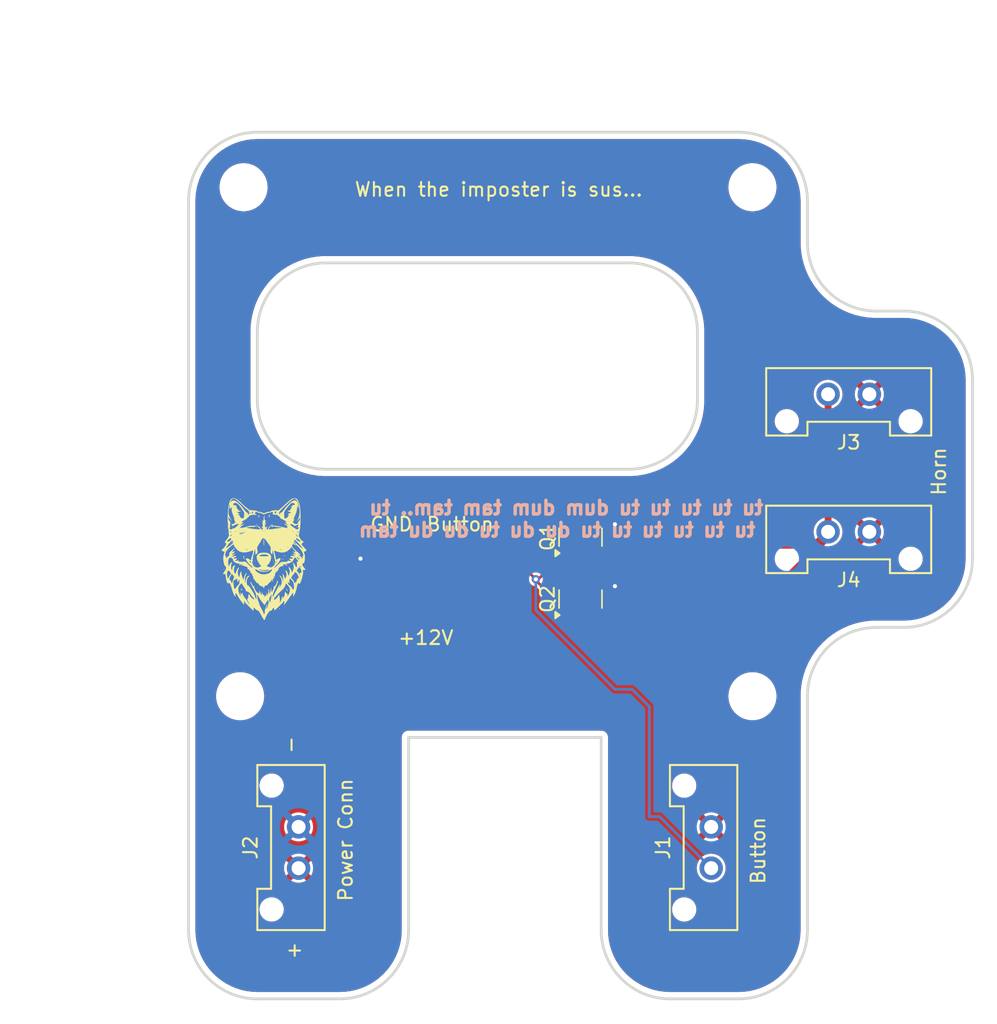
<source format=kicad_pcb>
(kicad_pcb (version 20240108) (generator "pcbnew") (generator_version "8.0")
  (layers (0 "F.Cu" signal) (31 "B.Cu" signal) (34 "B.Paste" user) (35 "F.Paste" user) (36 "B.SilkS" user "B.Silkscreen") (37 "F.SilkS" user "F.Silkscreen") (38 "B.Mask" user) (39 "F.Mask" user) (44 "Edge.Cuts" user))
  (net 0 "")
  (net 1 "+12V")
  (net 2 "GND")
  (net 3 "Net-(J3-Pin_2)")
  (net 4 "/HORN_SIG")
  (footprint "MountingHole:MountingHole_3mm" (layer "F.Cu") (at 131 95)
    (property "Reference" "REF**" (hide yes))
    (property "Value" "MountingHole_3mm")
    (pad "" np_thru_hole circle (at 0 0) (size 3 3) (drill 3) (layers "F&B.Cu" "*.Mask"))
  )
  (footprint "Package_TO_SOT_SMD:SOT-23" (layer "F.Cu") (at 118.5 87.9375 90)
    (property "Reference" "Q2" (at 0 -2.4 270) (layer "F.SilkS"))
    (property "Value" "IRLML0030")
    (pad "1" smd roundrect (at -0.9375 -0.95 90) (size 1.475 0.6) (layers "F.Cu" "F.Paste" "F.Mask") (net 4 "/HORN_SIG"))
    (pad "2" smd roundrect (at -0.9375 0.95 90) (size 1.475 0.6) (layers "F.Cu" "F.Paste" "F.Mask") (net 3 "Net-(J3-Pin_2)"))
    (pad "3" smd roundrect (at 0.9375 0 90) (size 1.475 0.6) (layers "F.Cu" "F.Paste" "F.Mask") (net 2 "GND"))
  )
  (footprint "UTSVT_Special:TestPoint_HEX_3mmID" (layer "F.Cu") (at 105.5 85)
    (property "Reference" "GND" (at -0.75 -2.5 0) (layer "F.SilkS"))
    (property "Value" "TestPoint")
    (pad "1" connect custom (at 0 0) (size 3 3) (layers "F.Cu" "F.Mask") (net 2 "GND") (options (clearance outline) (anchor circle)) (primitives (gr_poly (pts (xy 0 -1.732051) (xy 1.5 -0.866025) (xy 1.5 0.866025) (xy 0 1.732051) (xy -1.5 0.866025) (xy -1.5 -0.866025)) (width 0) (fill yes))))
  )
  (footprint "UTSVT_Special:TestPoint_HEX_3mmID" (layer "F.Cu") (at 107.25 88)
    (property "Reference" "+12V" (at 0 2.75 0) (layer "F.SilkS"))
    (property "Value" "TestPoint")
    (pad "1" connect custom (at 0 0) (size 3 3) (layers "F.Cu" "F.Mask") (net 1 "+12V") (options (clearance outline) (anchor circle)) (primitives (gr_poly (pts (xy 0 -1.732051) (xy 1.5 -0.866025) (xy 1.5 0.866025) (xy 0 1.732051) (xy -1.5 0.866025) (xy -1.5 -0.866025)) (width 0) (fill yes))))
  )
  (footprint "MountingHole:MountingHole_3mm" (layer "F.Cu") (at 131 58)
    (property "Reference" "REF**" (hide yes))
    (property "Value" "MountingHole_3mm")
    (pad "" np_thru_hole circle (at 0 0) (size 3 3) (drill 3) (layers "F&B.Cu" "*.Mask"))
  )
  (footprint "UTSVT_Special:wolf front" (layer "F.Cu") (at 95.5 85)
    (property "Reference" "G***" (hide yes))
    (property "Value" "LOGO" (hide yes))
  )
  (footprint "UTSVT_Connectors:Molex_MicroFit3.0_1x2xP3.00mm_PolarizingPeg_Vertical" (layer "F.Cu") (at 128 107.5 90)
    (property "Reference" "J1" (at 1.5 -3.5 -90) (layer "F.SilkS"))
    (property "Value" "Conn_01x02")
    (pad "" np_thru_hole circle (at -3 -1.96 90) (size 1.27 1.27) (drill 1.27) (layers "*.Cu" "*.Mask"))
    (pad "" np_thru_hole circle (at 6 -1.96 90) (size 1.27 1.27) (drill 1.27) (layers "*.Cu" "*.Mask"))
    (pad "1" thru_hole circle (at 0 0 90) (size 1.7 1.7) (drill 1.02) (layers "*.Cu" "*.Mask") (net 4 "/HORN_SIG"))
    (pad "2" thru_hole circle (at 3 0 90) (size 1.7 1.7) (drill 1.02) (layers "*.Cu" "*.Mask") (net 1 "+12V"))
  )
  (footprint "Package_TO_SOT_SMD:SOT-23" (layer "F.Cu") (at 118.5 83.4375 90)
    (property "Reference" "Q1" (at 0 -2.4 270) (layer "F.SilkS"))
    (property "Value" "IRLML0030")
    (pad "1" smd roundrect (at -0.9375 -0.95 90) (size 1.475 0.6) (layers "F.Cu" "F.Paste" "F.Mask") (net 4 "/HORN_SIG"))
    (pad "2" smd roundrect (at -0.9375 0.95 90) (size 1.475 0.6) (layers "F.Cu" "F.Paste" "F.Mask") (net 3 "Net-(J3-Pin_2)"))
    (pad "3" smd roundrect (at 0.9375 0 90) (size 1.475 0.6) (layers "F.Cu" "F.Paste" "F.Mask") (net 2 "GND"))
  )
  (footprint "UTSVT_Connectors:Molex_MicroFit3.0_1x2xP3.00mm_PolarizingPeg_Vertical" (layer "F.Cu") (at 139.5 73.05 180)
    (property "Reference" "J3" (at 1.5 -3.5 180) (layer "F.SilkS"))
    (property "Value" "Conn_01x02")
    (pad "" np_thru_hole circle (at -3 -1.96 180) (size 1.27 1.27) (drill 1.27) (layers "*.Cu" "*.Mask"))
    (pad "" np_thru_hole circle (at 6 -1.96 180) (size 1.27 1.27) (drill 1.27) (layers "*.Cu" "*.Mask"))
    (pad "1" thru_hole circle (at 0 0 180) (size 1.7 1.7) (drill 1.02) (layers "*.Cu" "*.Mask") (net 1 "+12V"))
    (pad "2" thru_hole circle (at 3 0 180) (size 1.7 1.7) (drill 1.02) (layers "*.Cu" "*.Mask") (net 3 "Net-(J3-Pin_2)"))
  )
  (footprint "UTSVT_Special:TestPoint_HEX_3mmID" (layer "F.Cu") (at 109 85)
    (property "Reference" "Button" (at 0.75 -2.5 0) (layer "F.SilkS"))
    (property "Value" "TestPoint")
    (pad "1" connect custom (at 0 0) (size 3 3) (layers "F.Cu" "F.Mask") (net 4 "/HORN_SIG") (options (clearance outline) (anchor circle)) (primitives (gr_poly (pts (xy 0 -1.732051) (xy 1.5 -0.866025) (xy 1.5 0.866025) (xy 0 1.732051) (xy -1.5 0.866025) (xy -1.5 -0.866025)) (width 0) (fill yes))))
  )
  (footprint "MountingHole:MountingHole_3mm" (layer "F.Cu") (at 94 58)
    (property "Reference" "REF**" (hide yes))
    (property "Value" "MountingHole_3mm")
    (pad "" np_thru_hole circle (at 0 0) (size 3 3) (drill 3) (layers "*.Cu" "*.Mask"))
  )
  (footprint "UTSVT_Connectors:Molex_MicroFit3.0_1x2xP3.00mm_PolarizingPeg_Vertical" (layer "F.Cu") (at 98 107.5 90)
    (property "Reference" "J2" (at 1.5 -3.5 -90) (layer "F.SilkS"))
    (property "Value" "Conn_01x02")
    (pad "" np_thru_hole circle (at -3 -1.96 90) (size 1.27 1.27) (drill 1.27) (layers "*.Cu" "*.Mask"))
    (pad "" np_thru_hole circle (at 6 -1.96 90) (size 1.27 1.27) (drill 1.27) (layers "*.Cu" "*.Mask"))
    (pad "1" thru_hole circle (at 0 0 90) (size 1.7 1.7) (drill 1.02) (layers "*.Cu" "*.Mask") (net 1 "+12V"))
    (pad "2" thru_hole circle (at 3 0 90) (size 1.7 1.7) (drill 1.02) (layers "*.Cu" "*.Mask") (net 2 "GND"))
  )
  (footprint "MountingHole:MountingHole_3mm" (layer "F.Cu") (at 93.75 95)
    (property "Reference" "REF**" (hide yes))
    (property "Value" "MountingHole_3mm")
    (pad "" np_thru_hole circle (at 0 0) (size 3 3) (drill 3) (layers "F&B.Cu" "*.Mask"))
  )
  (footprint "UTSVT_Connectors:Molex_MicroFit3.0_1x2xP3.00mm_PolarizingPeg_Vertical" (layer "F.Cu") (at 139.5 83.05 180)
    (property "Reference" "J4" (at 1.5 -3.5 180) (layer "F.SilkS"))
    (property "Value" "Conn_01x02")
    (pad "" np_thru_hole circle (at -3 -1.96 180) (size 1.27 1.27) (drill 1.27) (layers "*.Cu" "*.Mask"))
    (pad "" np_thru_hole circle (at 6 -1.96 180) (size 1.27 1.27) (drill 1.27) (layers "*.Cu" "*.Mask"))
    (pad "1" thru_hole circle (at 0 0 180) (size 1.7 1.7) (drill 1.02) (layers "*.Cu" "*.Mask") (net 1 "+12V"))
    (pad "2" thru_hole circle (at 3 0 180) (size 1.7 1.7) (drill 1.02) (layers "*.Cu" "*.Mask") (net 3 "Net-(J3-Pin_2)"))
  )
  (gr_arc (start 100 78.5) (mid 96.464466 77.035534) (end 95 73.5) (stroke (width 0.2)) (layer "Edge.Cuts"))
  (gr_arc (start 122 63.5) (mid 125.535534 64.964466) (end 127 68.5) (stroke (width 0.2)) (layer "Edge.Cuts"))
  (gr_arc (start 142 67) (mid 145.535534 68.464466) (end 147 72) (stroke (width 0.2)) (layer "Edge.Cuts"))
  (gr_arc (start 140 67) (mid 136.464466 65.535534) (end 135 62) (stroke (width 0.2)) (layer "Edge.Cuts"))
  (gr_line (start 142 90) (end 140 90) (stroke (width 0.2)) (layer "Edge.Cuts"))
  (gr_line (start 147 72) (end 147 85) (stroke (width 0.2)) (layer "Edge.Cuts"))
  (gr_line (start 106 98) (end 120 98) (stroke (width 0.2)) (layer "Edge.Cuts"))
  (gr_line (start 106 112) (end 106 98) (stroke (width 0.2)) (layer "Edge.Cuts"))
  (gr_arc (start 125 117) (mid 121.464466 115.535534) (end 120 112) (stroke (width 0.2)) (layer "Edge.Cuts"))
  (gr_arc (start 135 95) (mid 136.464466 91.464466) (end 140 90) (stroke (width 0.2)) (layer "Edge.Cuts"))
  (gr_line (start 95 117) (end 101 117) (stroke (width 0.2)) (layer "Edge.Cuts"))
  (gr_line (start 140 67) (end 142 67) (stroke (width 0.2)) (layer "Edge.Cuts"))
  (gr_arc (start 95 117) (mid 91.464466 115.535534) (end 90 112) (stroke (width 0.2)) (layer "Edge.Cuts"))
  (gr_line (start 127 73.5) (end 127 68.5) (stroke (width 0.2)) (layer "Edge.Cuts"))
  (gr_arc (start 90 59) (mid 91.464466 55.464466) (end 95 54) (stroke (width 0.2)) (layer "Edge.Cuts"))
  (gr_line (start 120 98) (end 120 112) (stroke (width 0.2)) (layer "Edge.Cuts"))
  (gr_arc (start 130 54) (mid 133.535534 55.464466) (end 135 59) (stroke (width 0.2)) (layer "Edge.Cuts"))
  (gr_line (start 95 68.5) (end 95 73.5) (stroke (width 0.2)) (layer "Edge.Cuts"))
  (gr_arc (start 135 112) (mid 133.535534 115.535534) (end 130 117) (stroke (width 0.2)) (layer "Edge.Cuts"))
  (gr_line (start 135 95) (end 135 112) (stroke (width 0.2)) (layer "Edge.Cuts"))
  (gr_line (start 90 59) (end 90 112) (stroke (width 0.2)) (layer "Edge.Cuts"))
  (gr_line (start 125 117) (end 130 117) (stroke (width 0.2)) (layer "Edge.Cuts"))
  (gr_arc (start 127 73.5) (mid 125.535534 77.035534) (end 122 78.5) (stroke (width 0.2)) (layer "Edge.Cuts"))
  (gr_line (start 100 78.5) (end 122 78.5) (stroke (width 0.2)) (layer "Edge.Cuts"))
  (gr_line (start 130 54) (end 95 54) (stroke (width 0.2)) (layer "Edge.Cuts"))
  (gr_line (start 135 59) (end 135 62) (stroke (width 0.2)) (layer "Edge.Cuts"))
  (gr_arc (start 147 85) (mid 145.535534 88.535534) (end 142 90) (stroke (width 0.2)) (layer "Edge.Cuts"))
  (gr_line (start 122 63.5) (end 100 63.5) (stroke (width 0.2)) (layer "Edge.Cuts"))
  (gr_arc (start 95 68.5) (mid 96.464466 64.964466) (end 100 63.5) (stroke (width 0.2)) (layer "Edge.Cuts"))
  (gr_arc (start 106 112) (mid 104.535534 115.535534) (end 101 117) (stroke (width 0.2)) (layer "Edge.Cuts"))
  (gr_text "tu tu tu tu tu dum dum tam tam.. tu \ntu tu tu tu tu tu du du tu du du tam" (at 102.25 83.5 0) (layer "B.SilkS") (effects (font (size 1 1) (thickness 0.25) (bold yes)) (justify right bottom mirror)))
  (gr_text "Button\n" (at 132 108.75 90) (layer "F.SilkS") (effects (font (size 1 1)) (justify left bottom)))
  (gr_text "Power Conn" (at 102 110 90) (layer "F.SilkS") (effects (font (size 1 1)) (justify left bottom)))
  (gr_text "+" (at 97 114 0) (layer "F.SilkS") (effects (font (size 1 1)) (justify left bottom)))
  (gr_text "Horn\n\n" (at 146.75 80.5 90) (layer "F.SilkS") (effects (font (size 1 1)) (justify left bottom)))
  (gr_text "-" (at 98 99.25 90) (layer "F.SilkS") (effects (font (size 1 1)) (justify left bottom)))
  (gr_text "When the imposter is sus..." (at 102 58.75 0) (layer "F.SilkS") (effects (font (size 1 1)) (justify left bottom)))
  (segment (start 118.5 87) (end 121 87) (width 0.5) (layer "F.Cu") (net 2))
  (segment (start 102.5 85) (end 105.5 85) (width 0.2) (layer "F.Cu") (net 2))
  (segment (start 118.5 82.5) (end 121 82.5) (width 0.5) (layer "F.Cu") (net 2))
  (via (at 121 82.5) (size 0.6) (drill 0.3) (layers "F.Cu" "B.Cu") (net 2))
  (via (at 121 87) (size 0.6) (drill 0.3) (layers "F.Cu" "B.Cu") (net 2))
  (via (at 102.5 85) (size 0.6) (drill 0.3) (layers "F.Cu" "B.Cu") (net 2))
  (segment (start 135.525 84.025) (end 136.5 83.05) (width 0.5) (layer "F.Cu") (net 3))
  (segment (start 136.5 83.05) (end 136.5 73.05) (width 0.5) (layer "F.Cu") (net 3))
  (segment (start 131.028 88.875) (end 136.5 83.403) (width 0.5) (layer "F.Cu") (net 3))
  (segment (start 119.8 84.025) (end 135.525 84.025) (width 0.5) (layer "F.Cu") (net 3))
  (segment (start 119.45 88.875) (end 131.028 88.875) (width 0.5) (layer "F.Cu") (net 3))
  (segment (start 136.5 83.403) (end 136.5 83.05) (width 0.2) (layer "F.Cu") (net 3))
  (segment (start 119.45 84.375) (end 119.8 84.025) (width 0.2) (layer "F.Cu") (net 3))
  (segment (start 115.25 86.5) (end 113.75 85) (width 0.2) (layer "F.Cu") (net 4))
  (segment (start 115.25 86.5) (end 115.425 86.5) (width 0.2) (layer "F.Cu") (net 4))
  (segment (start 115.25 86.5) (end 115.25 86.575) (width 0.2) (layer "F.Cu") (net 4))
  (segment (start 115.25 86.575) (end 117.55 88.875) (width 0.2) (layer "F.Cu") (net 4))
  (segment (start 115.425 86.5) (end 117.55 84.375) (width 0.2) (layer "F.Cu") (net 4))
  (segment (start 113.75 85) (end 109 85) (width 0.2) (layer "F.Cu") (net 4))
  (via (at 115.25 86.5) (size 0.6) (drill 0.3) (layers "F.Cu" "B.Cu") (net 4))
  (segment (start 123.5 103.75) (end 124.25 103.75) (width 0.2) (layer "B.Cu") (net 4))
  (segment (start 115.25 86.5) (end 115.25 88.75) (width 0.2) (layer "B.Cu") (net 4))
  (segment (start 124.25 103.75) (end 128 107.5) (width 0.2) (layer "B.Cu") (net 4))
  (segment (start 121 94.5) (end 122.25 94.5) (width 0.2) (layer "B.Cu") (net 4))
  (segment (start 115.25 88.75) (end 121 94.5) (width 0.2) (layer "B.Cu") (net 4))
  (segment (start 123.5 95.75) (end 123.5 103.75) (width 0.2) (layer "B.Cu") (net 4))
  (segment (start 122.25 94.5) (end 123.5 95.75) (width 0.2) (layer "B.Cu") (net 4))
  (zone (net 1) (net_name "+12V") (layer "F.Cu") (connect_pads (clearance 0.2)) (min_thickness 0.2) (fill yes (thermal_gap 0.5) (thermal_bridge_width 0.5))
    (polygon (pts (xy 88.806167 53.071876) (xy 89.556167 118.571876) (xy 148.806167 118.821876) (xy 148.806167 53.071876) (xy 88.806167 52.821876)))
  )
  (zone (net 2) (net_name "GND") (layer "B.Cu") (connect_pads (clearance 0.2)) (min_thickness 0.2) (fill yes (thermal_gap 0.5) (thermal_bridge_width 0.5))
    (polygon (pts (xy 88.75 53) (xy 89.5 118.5) (xy 148.75 118.75) (xy 148.75 53) (xy 88.75 52.75)))
  )
)
</source>
